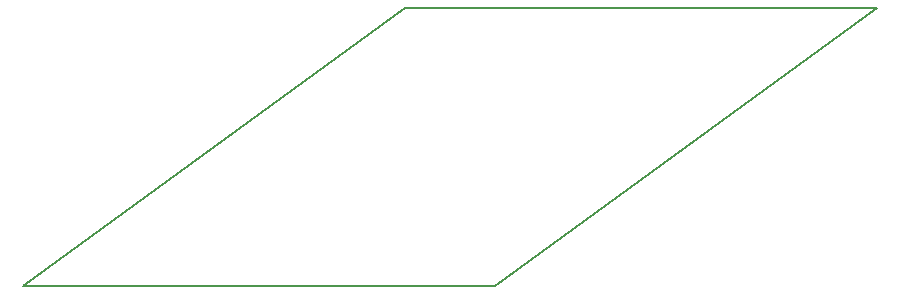
<source format=gbr>
%TF.GenerationSoftware,KiCad,Pcbnew,5.1.8*%
%TF.CreationDate,2021-01-01T10:03:35-05:00*%
%TF.ProjectId,penroserombus_thin_40mm,70656e72-6f73-4657-926f-6d6275735f74,rev?*%
%TF.SameCoordinates,Original*%
%TF.FileFunction,Profile,NP*%
%FSLAX46Y46*%
G04 Gerber Fmt 4.6, Leading zero omitted, Abs format (unit mm)*
G04 Created by KiCad (PCBNEW 5.1.8) date 2021-01-01 10:03:35*
%MOMM*%
%LPD*%
G01*
G04 APERTURE LIST*
%TA.AperFunction,Profile*%
%ADD10C,0.200000*%
%TD*%
G04 APERTURE END LIST*
D10*
X191159724Y-61538591D02*
X151159725Y-61538591D01*
X118799045Y-85050000D02*
X158799045Y-85050000D01*
X158799045Y-85050000D02*
X191159724Y-61538591D01*
X151159725Y-61538591D02*
X118799045Y-85050000D01*
M02*

</source>
